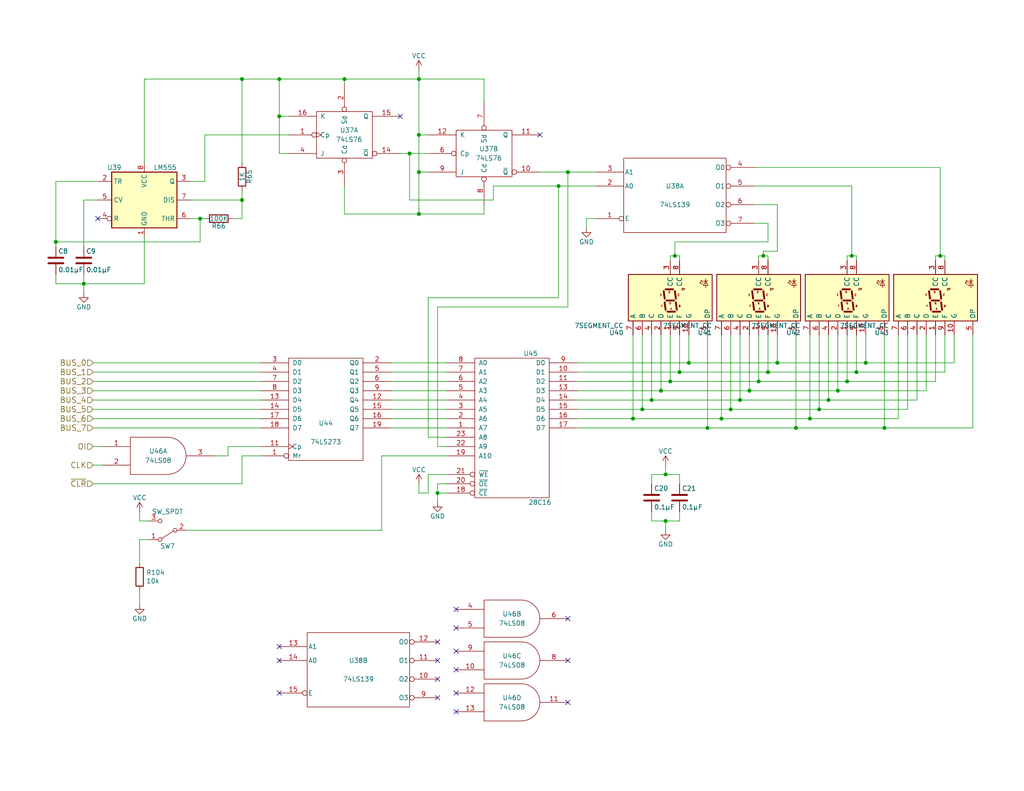
<source format=kicad_sch>
(kicad_sch (version 20230121) (generator eeschema)
  (paper "USLetter")
  (lib_symbols
    (symbol "8bit-computer-rescue:28C16-8bit-computer-rescue" (pin_names (offset 1.016))
      (property "Reference" "U" (at 5.08 20.32 0))
      (property "Value" "8bit-computer-rescue:28C16" (at 7.62 -20.32 0))
      (symbol "28C16-8bit-computer-rescue_0_0"
        (pin power_in line (at 0 -20.32 90) (length 1.27) hide (name "GND") (number "12"))
        (pin power_in line (at 0 20.32 270) (length 1.27) hide (name "VCC") (number "24"))
      )
      (symbol "28C16-8bit-computer-rescue_0_1"
        (rectangle (start -10.16 19.05) (end 10.16 -19.05))
      )
      (symbol "28C16-8bit-computer-rescue_1_1"
        (pin input line (at -17.78 0 0) (length 7.62) (name "A7") (number "1"))
        (pin tri_state line (at 17.78 15.24 180) (length 7.62) (name "D1") (number "10"))
        (pin tri_state line (at 17.78 12.7 180) (length 7.62) (name "D2") (number "11"))
        (pin tri_state line (at 17.78 10.16 180) (length 7.62) (name "D3") (number "13"))
        (pin tri_state line (at 17.78 7.62 180) (length 7.62) (name "D4") (number "14"))
        (pin tri_state line (at 17.78 5.08 180) (length 7.62) (name "D5") (number "15"))
        (pin tri_state line (at 17.78 2.54 180) (length 7.62) (name "D6") (number "16"))
        (pin tri_state line (at 17.78 0 180) (length 7.62) (name "D7") (number "17"))
        (pin input inverted (at -17.78 -17.78 0) (length 7.62) (name "~{CE}") (number "18"))
        (pin input line (at -17.78 -7.62 0) (length 7.62) (name "A10") (number "19"))
        (pin input line (at -17.78 2.54 0) (length 7.62) (name "A6") (number "2"))
        (pin input inverted (at -17.78 -15.24 0) (length 7.62) (name "~{OE}") (number "20"))
        (pin input inverted (at -17.78 -12.7 0) (length 7.62) (name "~{WE}") (number "21"))
        (pin input line (at -17.78 -5.08 0) (length 7.62) (name "A9") (number "22"))
        (pin input line (at -17.78 -2.54 0) (length 7.62) (name "A8") (number "23"))
        (pin input line (at -17.78 5.08 0) (length 7.62) (name "A5") (number "3"))
        (pin input line (at -17.78 7.62 0) (length 7.62) (name "A4") (number "4"))
        (pin input line (at -17.78 10.16 0) (length 7.62) (name "A3") (number "5"))
        (pin input line (at -17.78 12.7 0) (length 7.62) (name "A2") (number "6"))
        (pin input line (at -17.78 15.24 0) (length 7.62) (name "A1") (number "7"))
        (pin input line (at -17.78 17.78 0) (length 7.62) (name "A0") (number "8"))
        (pin tri_state line (at 17.78 17.78 180) (length 7.62) (name "D0") (number "9"))
      )
    )
    (symbol "8bit-computer-rescue:74LS08-8bit-computer-rescue" (pin_names (offset 0.762))
      (property "Reference" "U" (at 0 1.27 0))
      (property "Value" "8bit-computer-rescue:74LS08" (at 0 -1.27 0))
      (symbol "74LS08-8bit-computer-rescue_0_0"
        (pin power_in line (at -5.08 5.08 90) (length 0) hide (name "VCC") (number "14"))
        (pin power_in line (at -5.08 -5.08 90) (length 0) hide (name "GND") (number "7"))
      )
      (symbol "74LS08-8bit-computer-rescue_0_1"
        (polyline (pts (xy 2.54 5.08) (xy -7.62 5.08) (xy -7.62 -5.08) (xy 2.54 -5.08)))
        (arc (start 2.5654 -5.0546) (mid 7.5947 0.0001) (end 2.5654 5.08))
      )
      (symbol "74LS08-8bit-computer-rescue_0_2"
        (arc (start -7.62 -5.0292) (mid -5.3094 0.0082) (end -7.62 5.0546))
        (arc (start 0 -5.0546) (mid 4.5632 -3.6449) (end 7.5946 0.0508))
        (polyline (pts (xy -7.62 -5.08) (xy 0 -5.08)))
        (polyline (pts (xy -7.62 5.08) (xy 0 5.08)))
        (arc (start 7.62 0) (mid 4.6132 3.6946) (end 0.0508 5.08))
      )
      (symbol "74LS08-8bit-computer-rescue_1_1"
        (pin input line (at -15.24 2.54 0) (length 7.62) (name "~") (number "1"))
        (pin input line (at -15.24 -2.54 0) (length 7.62) (name "~") (number "2"))
        (pin output line (at 15.24 0 180) (length 7.62) (name "~") (number "3"))
      )
      (symbol "74LS08-8bit-computer-rescue_1_2"
        (pin input inverted (at -15.24 2.54 0) (length 9.398) (name "~") (number "1"))
        (pin input inverted (at -15.24 -2.54 0) (length 9.398) (name "~") (number "2"))
        (pin output inverted (at 15.24 0 180) (length 7.62) (name "~") (number "3"))
      )
      (symbol "74LS08-8bit-computer-rescue_2_1"
        (pin input line (at -15.24 2.54 0) (length 7.62) (name "~") (number "4"))
        (pin input line (at -15.24 -2.54 0) (length 7.62) (name "~") (number "5"))
        (pin output line (at 15.24 0 180) (length 7.62) (name "~") (number "6"))
      )
      (symbol "74LS08-8bit-computer-rescue_2_2"
        (pin input inverted (at -15.24 2.54 0) (length 9.398) (name "~") (number "4"))
        (pin input inverted (at -15.24 -2.54 0) (length 9.398) (name "~") (number "5"))
        (pin output inverted (at 15.24 0 180) (length 7.62) (name "~") (number "6"))
      )
      (symbol "74LS08-8bit-computer-rescue_3_1"
        (pin input line (at -15.24 -2.54 0) (length 7.62) (name "~") (number "10"))
        (pin output line (at 15.24 0 180) (length 7.62) (name "~") (number "8"))
        (pin input line (at -15.24 2.54 0) (length 7.62) (name "~") (number "9"))
      )
      (symbol "74LS08-8bit-computer-rescue_3_2"
        (pin input inverted (at -15.24 -2.54 0) (length 9.398) (name "~") (number "10"))
        (pin output inverted (at 15.24 0 180) (length 7.62) (name "~") (number "8"))
        (pin input inverted (at -15.24 2.54 0) (length 9.398) (name "~") (number "9"))
      )
      (symbol "74LS08-8bit-computer-rescue_4_1"
        (pin output line (at 15.24 0 180) (length 7.62) (name "~") (number "11"))
        (pin input line (at -15.24 2.54 0) (length 7.62) (name "~") (number "12"))
        (pin input line (at -15.24 -2.54 0) (length 7.62) (name "~") (number "13"))
      )
      (symbol "74LS08-8bit-computer-rescue_4_2"
        (pin output inverted (at 15.24 0 180) (length 7.62) (name "~") (number "11"))
        (pin input inverted (at -15.24 2.54 0) (length 9.398) (name "~") (number "12"))
        (pin input inverted (at -15.24 -2.54 0) (length 9.398) (name "~") (number "13"))
      )
    )
    (symbol "8bit-computer-rescue:74LS139-8bit-computer-rescue" (pin_names (offset 0.254))
      (property "Reference" "U" (at 0 2.54 0))
      (property "Value" "8bit-computer-rescue:74LS139" (at 0 -2.54 0))
      (symbol "74LS139-8bit-computer-rescue_0_0"
        (rectangle (start -13.97 -10.16) (end 13.97 10.16))
        (pin power_in line (at -11.43 10.16 90) (length 0) hide (name "VCC") (number "16"))
        (pin power_in line (at -11.43 -10.16 90) (length 0) hide (name "GND") (number "8"))
      )
      (symbol "74LS139-8bit-computer-rescue_1_1"
        (pin input inverted (at -21.59 -6.35 0) (length 7.62) (name "E") (number "1"))
        (pin input line (at -21.59 2.54 0) (length 7.62) (name "A0") (number "2"))
        (pin input line (at -21.59 6.35 0) (length 7.62) (name "A1") (number "3"))
        (pin output inverted (at 21.59 7.62 180) (length 7.62) (name "O0") (number "4"))
        (pin output inverted (at 21.59 2.54 180) (length 7.62) (name "O1") (number "5"))
        (pin output inverted (at 21.59 -2.54 180) (length 7.62) (name "O2") (number "6"))
        (pin output inverted (at 21.59 -7.62 180) (length 7.62) (name "O3") (number "7"))
      )
      (symbol "74LS139-8bit-computer-rescue_2_1"
        (pin output inverted (at 21.59 -2.54 180) (length 7.62) (name "O2") (number "10"))
        (pin output inverted (at 21.59 2.54 180) (length 7.62) (name "O1") (number "11"))
        (pin output inverted (at 21.59 7.62 180) (length 7.62) (name "O0") (number "12"))
        (pin input line (at -21.59 6.35 0) (length 7.62) (name "A1") (number "13"))
        (pin input line (at -21.59 2.54 0) (length 7.62) (name "A0") (number "14"))
        (pin input inverted (at -21.59 -6.35 0) (length 7.62) (name "E") (number "15"))
        (pin output inverted (at 21.59 -7.62 180) (length 7.62) (name "O3") (number "9"))
      )
    )
    (symbol "8bit-computer-rescue:74LS273-8bit-computer-rescue" (pin_names (offset 1.016))
      (property "Reference" "U" (at 0 -3.81 0))
      (property "Value" "8bit-computer-rescue:74LS273" (at 0 -8.89 0))
      (symbol "74LS273-8bit-computer-rescue_0_0"
        (pin power_in line (at -7.62 -13.97 90) (length 0) hide (name "GND") (number "10"))
        (pin power_in line (at -7.62 13.97 90) (length 0) hide (name "VCC") (number "20"))
      )
      (symbol "74LS273-8bit-computer-rescue_0_1"
        (rectangle (start -10.16 13.97) (end 10.16 -13.97))
      )
      (symbol "74LS273-8bit-computer-rescue_1_1"
        (pin input inverted (at -17.78 -12.7 0) (length 7.62) (name "Mr") (number "1"))
        (pin input clock (at -17.78 -10.16 0) (length 7.62) (name "Cp") (number "11"))
        (pin output line (at 17.78 2.54 180) (length 7.62) (name "Q4") (number "12"))
        (pin input line (at -17.78 2.54 0) (length 7.62) (name "D4") (number "13"))
        (pin input line (at -17.78 0 0) (length 7.62) (name "D5") (number "14"))
        (pin output line (at 17.78 0 180) (length 7.62) (name "Q5") (number "15"))
        (pin output line (at 17.78 -2.54 180) (length 7.62) (name "Q6") (number "16"))
        (pin input line (at -17.78 -2.54 0) (length 7.62) (name "D6") (number "17"))
        (pin input line (at -17.78 -5.08 0) (length 7.62) (name "D7") (number "18"))
        (pin output line (at 17.78 -5.08 180) (length 7.62) (name "Q7") (number "19"))
        (pin output line (at 17.78 12.7 180) (length 7.62) (name "Q0") (number "2"))
        (pin input line (at -17.78 12.7 0) (length 7.62) (name "D0") (number "3"))
        (pin input line (at -17.78 10.16 0) (length 7.62) (name "D1") (number "4"))
        (pin output line (at 17.78 10.16 180) (length 7.62) (name "Q1") (number "5"))
        (pin output line (at 17.78 7.62 180) (length 7.62) (name "Q2") (number "6"))
        (pin input line (at -17.78 7.62 0) (length 7.62) (name "D2") (number "7"))
        (pin input line (at -17.78 5.08 0) (length 7.62) (name "D3") (number "8"))
        (pin output line (at 17.78 5.08 180) (length 7.62) (name "Q3") (number "9"))
      )
    )
    (symbol "8bit-computer-rescue:74LS76-8bit-computer-rescue" (pin_names (offset 1.016))
      (property "Reference" "U" (at 1.27 1.27 0))
      (property "Value" "8bit-computer-rescue:74LS76" (at 1.27 -1.27 0))
      (symbol "74LS76-8bit-computer-rescue_0_0"
        (pin power_in line (at -5.08 -6.35 90) (length 0) hide (name "GND") (number "13"))
        (pin power_in line (at -5.08 6.35 90) (length 0) hide (name "VCC") (number "5"))
      )
      (symbol "74LS76-8bit-computer-rescue_0_1"
        (rectangle (start -7.62 6.35) (end 7.62 -6.35))
      )
      (symbol "74LS76-8bit-computer-rescue_1_1"
        (pin input inverted_clock (at -15.24 0 0) (length 7.62) (name "Cp") (number "1"))
        (pin output inverted (at 15.24 -5.08 180) (length 7.62) (name "~{Q}") (number "14"))
        (pin output line (at 15.24 5.08 180) (length 7.62) (name "Q") (number "15"))
        (pin input line (at -15.24 5.08 0) (length 7.62) (name "K") (number "16"))
        (pin input inverted (at 0 13.97 270) (length 7.62) (name "Sd") (number "2"))
        (pin input inverted (at 0 -13.97 90) (length 7.62) (name "Cd") (number "3"))
        (pin input line (at -15.24 -5.08 0) (length 7.62) (name "J") (number "4"))
      )
      (symbol "74LS76-8bit-computer-rescue_2_1"
        (pin output inverted (at 15.24 -5.08 180) (length 7.62) (name "~{Q}") (number "10"))
        (pin output line (at 15.24 5.08 180) (length 7.62) (name "Q") (number "11"))
        (pin input line (at -15.24 5.08 0) (length 7.62) (name "K") (number "12"))
        (pin input inverted (at -15.24 0 0) (length 7.62) (name "Cp") (number "6"))
        (pin input inverted (at 0 13.97 270) (length 7.62) (name "Sd") (number "7"))
        (pin input inverted (at 0 -13.97 90) (length 7.62) (name "Cd") (number "8"))
        (pin input line (at -15.24 -5.08 0) (length 7.62) (name "J") (number "9"))
      )
    )
    (symbol "8bit-computer-rescue:7SEGMENT_CC-8bit-computer-rescue" (pin_names (offset 0.635))
      (property "Reference" "U" (at -12.7 9.525 0))
      (property "Value" "8bit-computer-rescue:7SEGMENT_CC" (at -12.7 7.62 0))
      (symbol "7SEGMENT_CC-8bit-computer-rescue_0_0"
        (text "A" (at 0.254 3.048 0) (effects (font (size 0.508 0.508))))
        (text "B" (at 2.54 2.286 0) (effects (font (size 0.508 0.508))))
        (text "C" (at 2.286 -0.762 0) (effects (font (size 0.508 0.508))))
        (text "D" (at -0.254 -1.524 0) (effects (font (size 0.508 0.508))))
        (text "DP" (at 3.556 -2.286 0) (effects (font (size 0.508 0.508))))
        (text "E" (at -2.54 -0.762 0) (effects (font (size 0.508 0.508))))
        (text "F" (at -2.286 2.286 0) (effects (font (size 0.508 0.508))))
        (text "G" (at 0 1.524 0) (effects (font (size 0.508 0.508))))
      )
      (symbol "7SEGMENT_CC-8bit-computer-rescue_0_1"
        (rectangle (start -11.43 -6.35) (end 11.43 6.35) (stroke (width 0.254)) (fill (type background)))
        (polyline (pts (xy -1.524 0.254) (xy -1.778 -1.778)) (stroke (width 0.508)))
        (polyline (pts (xy -1.27 -2.286) (xy 0.762 -2.286)) (stroke (width 0.508)))
        (polyline (pts (xy -1.27 3.302) (xy -1.524 1.27)) (stroke (width 0.508)))
        (polyline (pts (xy -1.016 0.762) (xy 1.016 0.762)) (stroke (width 0.508)))
        (polyline (pts (xy -0.762 3.81) (xy 1.27 3.81)) (stroke (width 0.508)))
        (polyline (pts (xy 1.524 0.254) (xy 1.27 -1.778)) (stroke (width 0.508)))
        (polyline (pts (xy 1.778 3.302) (xy 1.524 1.27)) (stroke (width 0.508)))
        (polyline (pts (xy 2.54 -2.286) (xy 2.54 -2.286)) (stroke (width 0.508)))
        (polyline (pts (xy 8.763 -3.556) (xy 8.128 -4.191)))
        (polyline (pts (xy 9.017 -4.572) (xy 10.287 -4.572)))
        (polyline (pts (xy 9.017 -4.064) (xy 8.382 -4.699)))
        (polyline (pts (xy 9.652 -5.207) (xy 9.652 -2.667)))
        (polyline (pts (xy 8.128 -3.937) (xy 8.128 -4.191) (xy 8.382 -4.191)))
        (polyline (pts (xy 8.382 -4.445) (xy 8.382 -4.699) (xy 8.636 -4.699)))
        (polyline (pts (xy 9.017 -3.302) (xy 10.287 -3.302) (xy 9.652 -4.572) (xy 9.017 -3.302)))
      )
      (symbol "7SEGMENT_CC-8bit-computer-rescue_1_1"
        (pin input line (at 0 10.16 270) (length 3.81) (name "E") (number "1"))
        (pin input line (at 5.08 10.16 270) (length 3.81) (name "G") (number "10"))
        (pin input line (at -2.54 10.16 270) (length 3.81) (name "D") (number "2"))
        (pin input line (at 0 -10.16 90) (length 3.81) (name "CC") (number "3"))
        (pin input line (at -5.08 10.16 270) (length 3.81) (name "C") (number "4"))
        (pin input line (at 10.16 10.16 270) (length 3.81) (name "DP") (number "5"))
        (pin input line (at -7.62 10.16 270) (length 3.81) (name "B") (number "6"))
        (pin input line (at -10.16 10.16 270) (length 3.81) (name "A") (number "7"))
        (pin input line (at 2.54 -10.16 90) (length 3.81) (name "CC") (number "8"))
        (pin input line (at 2.54 10.16 270) (length 3.81) (name "F") (number "9"))
      )
    )
    (symbol "8bit-computer-rescue:LM555-8bit-computer-rescue"
      (property "Reference" "U" (at -10.16 8.89 0))
      (property "Value" "8bit-computer-rescue:LM555" (at 2.54 8.89 0))
      (symbol "LM555-8bit-computer-rescue_0_0"
        (pin power_in line (at 0 -10.16 90) (length 2.54) (name "GND") (number "1"))
        (pin power_in line (at 0 10.16 270) (length 2.54) (name "VCC") (number "8"))
      )
      (symbol "LM555-8bit-computer-rescue_0_1"
        (rectangle (start -8.89 -7.62) (end 8.89 7.62) (stroke (width 0.254)) (fill (type background)))
        (rectangle (start -8.89 -7.62) (end 8.89 7.62) (stroke (width 0.254)) (fill (type background)))
      )
      (symbol "LM555-8bit-computer-rescue_1_1"
        (pin input line (at -12.7 5.08 0) (length 3.81) (name "TR") (number "2"))
        (pin output line (at 12.7 5.08 180) (length 3.81) (name "Q") (number "3"))
        (pin input inverted (at -12.7 -5.08 0) (length 3.81) (name "R") (number "4"))
        (pin input line (at -12.7 0 0) (length 3.81) (name "CV") (number "5"))
        (pin input line (at 12.7 -5.08 180) (length 3.81) (name "THR") (number "6"))
        (pin input line (at 12.7 0 180) (length 3.81) (name "DIS") (number "7"))
      )
    )
    (symbol "8bit-computer-rescue:SW_SPDT-8bit-computer-rescue" (pin_names (offset 0) hide)
      (property "Reference" "SW" (at 0 4.318 0))
      (property "Value" "8bit-computer-rescue:SW_SPDT" (at 0 -5.08 0))
      (symbol "SW_SPDT-8bit-computer-rescue_0_0"
        (circle (center -2.032 0) (radius 0.508))
        (circle (center 2.032 -2.54) (radius 0.508))
      )
      (symbol "SW_SPDT-8bit-computer-rescue_0_1"
        (polyline (pts (xy -1.524 0.254) (xy 1.651 2.286)))
        (circle (center 2.032 2.54) (radius 0.508))
      )
      (symbol "SW_SPDT-8bit-computer-rescue_1_1"
        (pin passive line (at 5.08 2.54 180) (length 2.54) (name "A") (number "1"))
        (pin passive line (at -5.08 0 0) (length 2.54) (name "B") (number "2"))
        (pin passive line (at 5.08 -2.54 180) (length 2.54) (name "C") (number "3"))
      )
    )
    (symbol "Device:C" (pin_numbers hide) (pin_names (offset 0.254))
      (property "Reference" "C" (at 0.635 2.54 0))
      (property "Value" "C" (at 0.635 -2.54 0))
      (symbol "C_0_1"
        (polyline (pts (xy -2.032 -0.762) (xy 2.032 -0.762)) (stroke (width 0.508)))
        (polyline (pts (xy -2.032 0.762) (xy 2.032 0.762)) (stroke (width 0.508)))
      )
      (symbol "C_1_1"
        (pin passive line (at 0 3.81 270) (length 2.794) (name "~") (number "1"))
        (pin passive line (at 0 -3.81 90) (length 2.794) (name "~") (number "2"))
      )
    )
    (symbol "Device:R" (pin_numbers hide) (pin_names (offset 0))
      (property "Reference" "R" (at 2.032 0 90))
      (property "Value" "R" (at 0 0 90))
      (symbol "R_0_1"
        (rectangle (start -1.016 -2.54) (end 1.016 2.54) (stroke (width 0.254)))
      )
      (symbol "R_1_1"
        (pin passive line (at 0 3.81 270) (length 1.27) (name "~") (number "1"))
        (pin passive line (at 0 -3.81 90) (length 1.27) (name "~") (number "2"))
      )
    )
    (symbol "power:GND" (power) (pin_names (offset 0))
      (property "Value" "GND" (at 0 -3.81 0))
      (symbol "GND_0_1"
        (polyline (pts (xy 0 0) (xy 0 -1.27) (xy 1.27 -1.27) (xy 0 -2.54) (xy -1.27 -1.27) (xy 0 -1.27)))
      )
      (symbol "GND_1_1"
        (pin power_in line (at 0 0 270) (length 0) hide (name "GND") (number "1"))
      )
    )
    (symbol "power:VCC" (power) (pin_names (offset 0))
      (property "Value" "VCC" (at 0 3.81 0))
      (symbol "VCC_0_1"
        (polyline (pts (xy -0.762 1.27) (xy 0 2.54)))
        (polyline (pts (xy 0 0) (xy 0 2.54)))
        (polyline (pts (xy 0 2.54) (xy 0.762 1.27)))
      )
      (symbol "VCC_1_1"
        (pin power_in line (at 0 0 90) (length 0) hide (name "VCC") (number "1"))
      )
    )
  )
  (junction (at 201.93 109.22))
  (junction (at 66.04 21.59))
  (junction (at 114.3 36.83))
  (junction (at 93.98 21.59))
  (junction (at 196.85 114.3))
  (junction (at 204.47 106.68))
  (junction (at 236.22 99.06))
  (junction (at 111.76 41.91))
  (junction (at 199.39 111.76))
  (junction (at 233.68 101.6))
  (junction (at 209.55 101.6))
  (junction (at 114.3 58.42))
  (junction (at 54.61 59.69))
  (junction (at 119.38 134.62))
  (junction (at 15.24 66.04))
  (junction (at 226.06 109.22))
  (junction (at 207.01 104.14))
  (junction (at 220.98 114.3))
  (junction (at 184.15 69.85))
  (junction (at 185.42 101.6))
  (junction (at 154.94 46.99))
  (junction (at 114.3 21.59))
  (junction (at 212.09 99.06))
  (junction (at 114.3 46.99))
  (junction (at 208.28 69.85))
  (junction (at 66.04 54.61))
  (junction (at 22.86 77.47))
  (junction (at 181.61 142.24))
  (junction (at 172.72 114.3))
  (junction (at 223.52 111.76))
  (junction (at 181.61 129.54))
  (junction (at 182.88 104.14))
  (junction (at 256.54 69.85))
  (junction (at 217.17 116.84))
  (junction (at 76.2 21.59))
  (junction (at 232.41 69.85))
  (junction (at 241.3 116.84))
  (junction (at 175.26 111.76))
  (junction (at 180.34 106.68))
  (junction (at 152.4 50.8))
  (junction (at 177.8 109.22))
  (junction (at 187.96 99.06))
  (junction (at 76.2 31.75))
  (junction (at 231.14 104.14))
  (junction (at 193.04 116.84))
  (junction (at 228.6 106.68))
  (no_connect (at 26.67 59.69))
  (no_connect (at 76.2 176.53))
  (no_connect (at 119.38 185.42))
  (no_connect (at 124.46 171.45))
  (no_connect (at 154.94 180.34))
  (no_connect (at 76.2 189.23))
  (no_connect (at 124.46 194.31))
  (no_connect (at 124.46 189.23))
  (no_connect (at 124.46 177.8))
  (no_connect (at 124.46 166.37))
  (no_connect (at 119.38 190.5))
  (no_connect (at 119.38 175.26))
  (no_connect (at 147.32 36.83))
  (no_connect (at 154.94 191.77))
  (no_connect (at 109.22 31.75))
  (no_connect (at 119.38 180.34))
  (no_connect (at 124.46 182.88))
  (no_connect (at 76.2 180.34))
  (no_connect (at 154.94 168.91))
  (wire (pts (xy 207.01 104.14) (xy 207.01 91.44)))
  (wire (pts (xy 76.2 31.75) (xy 76.2 41.91)))
  (wire (pts (xy 119.38 121.92) (xy 121.92 121.92)))
  (wire (pts (xy 233.68 91.44) (xy 233.68 101.6)))
  (wire (pts (xy 66.04 21.59) (xy 76.2 21.59)))
  (wire (pts (xy 62.23 124.46) (xy 62.23 121.92)))
  (wire (pts (xy 76.2 41.91) (xy 78.74 41.91)))
  (wire (pts (xy 231.14 104.14) (xy 255.27 104.14)))
  (wire (pts (xy 228.6 106.68) (xy 252.73 106.68)))
  (wire (pts (xy 154.94 46.99) (xy 162.56 46.99)))
  (wire (pts (xy 232.41 69.85) (xy 232.41 50.8)))
  (wire (pts (xy 15.24 66.04) (xy 15.24 67.31)))
  (wire (pts (xy 231.14 104.14) (xy 231.14 91.44)))
  (wire (pts (xy 245.11 114.3) (xy 245.11 91.44)))
  (wire (pts (xy 177.8 109.22) (xy 177.8 91.44)))
  (wire (pts (xy 121.92 132.08) (xy 119.38 132.08)))
  (wire (pts (xy 119.38 132.08) (xy 119.38 134.62)))
  (wire (pts (xy 220.98 114.3) (xy 245.11 114.3)))
  (wire (pts (xy 119.38 83.82) (xy 119.38 121.92)))
  (wire (pts (xy 205.74 45.72) (xy 256.54 45.72)))
  (wire (pts (xy 226.06 109.22) (xy 250.19 109.22)))
  (wire (pts (xy 184.15 66.04) (xy 209.55 66.04)))
  (wire (pts (xy 193.04 116.84) (xy 217.17 116.84)))
  (wire (pts (xy 106.68 104.14) (xy 121.92 104.14)))
  (wire (pts (xy 119.38 83.82) (xy 154.94 83.82)))
  (wire (pts (xy 250.19 109.22) (xy 250.19 91.44)))
  (wire (pts (xy 39.37 21.59) (xy 39.37 44.45)))
  (wire (pts (xy 114.3 19.05) (xy 114.3 21.59)))
  (wire (pts (xy 265.43 116.84) (xy 265.43 91.44)))
  (wire (pts (xy 252.73 106.68) (xy 252.73 91.44)))
  (wire (pts (xy 212.09 55.88) (xy 205.74 55.88)))
  (wire (pts (xy 182.88 69.85) (xy 184.15 69.85)))
  (wire (pts (xy 187.96 99.06) (xy 187.96 91.44)))
  (wire (pts (xy 106.68 106.68) (xy 121.92 106.68)))
  (wire (pts (xy 212.09 99.06) (xy 236.22 99.06)))
  (wire (pts (xy 116.84 81.28) (xy 116.84 119.38)))
  (wire (pts (xy 55.88 49.53) (xy 55.88 36.83)))
  (wire (pts (xy 209.55 101.6) (xy 233.68 101.6)))
  (wire (pts (xy 15.24 77.47) (xy 22.86 77.47)))
  (wire (pts (xy 114.3 21.59) (xy 132.08 21.59)))
  (wire (pts (xy 172.72 91.44) (xy 172.72 114.3)))
  (wire (pts (xy 71.12 114.3) (xy 25.4 114.3)))
  (wire (pts (xy 93.98 58.42) (xy 114.3 58.42)))
  (wire (pts (xy 114.3 134.62) (xy 116.84 134.62)))
  (wire (pts (xy 255.27 69.85) (xy 256.54 69.85)))
  (wire (pts (xy 212.09 99.06) (xy 212.09 91.44)))
  (wire (pts (xy 177.8 142.24) (xy 181.61 142.24)))
  (wire (pts (xy 157.48 111.76) (xy 175.26 111.76)))
  (wire (pts (xy 212.09 68.58) (xy 212.09 55.88)))
  (wire (pts (xy 71.12 109.22) (xy 25.4 109.22)))
  (wire (pts (xy 208.28 68.58) (xy 212.09 68.58)))
  (wire (pts (xy 172.72 114.3) (xy 196.85 114.3)))
  (wire (pts (xy 119.38 134.62) (xy 121.92 134.62)))
  (wire (pts (xy 106.68 116.84) (xy 121.92 116.84)))
  (wire (pts (xy 187.96 99.06) (xy 212.09 99.06)))
  (wire (pts (xy 52.07 49.53) (xy 55.88 49.53)))
  (wire (pts (xy 38.1 139.7) (xy 38.1 142.24)))
  (wire (pts (xy 134.62 50.8) (xy 152.4 50.8)))
  (wire (pts (xy 256.54 69.85) (xy 257.81 69.85)))
  (wire (pts (xy 52.07 54.61) (xy 66.04 54.61)))
  (wire (pts (xy 15.24 74.93) (xy 15.24 77.47)))
  (wire (pts (xy 15.24 49.53) (xy 15.24 66.04)))
  (wire (pts (xy 132.08 58.42) (xy 132.08 55.88)))
  (wire (pts (xy 55.88 36.83) (xy 78.74 36.83)))
  (wire (pts (xy 76.2 31.75) (xy 78.74 31.75)))
  (wire (pts (xy 22.86 77.47) (xy 39.37 77.47)))
  (wire (pts (xy 114.3 46.99) (xy 114.3 58.42)))
  (wire (pts (xy 201.93 109.22) (xy 226.06 109.22)))
  (wire (pts (xy 196.85 114.3) (xy 220.98 114.3)))
  (wire (pts (xy 25.4 111.76) (xy 71.12 111.76)))
  (wire (pts (xy 175.26 111.76) (xy 199.39 111.76)))
  (wire (pts (xy 232.41 69.85) (xy 233.68 69.85)))
  (wire (pts (xy 66.04 132.08) (xy 66.04 124.46)))
  (wire (pts (xy 185.42 129.54) (xy 185.42 132.08)))
  (wire (pts (xy 152.4 50.8) (xy 162.56 50.8)))
  (wire (pts (xy 25.4 106.68) (xy 71.12 106.68)))
  (wire (pts (xy 76.2 21.59) (xy 93.98 21.59)))
  (wire (pts (xy 207.01 69.85) (xy 208.28 69.85)))
  (wire (pts (xy 184.15 69.85) (xy 184.15 66.04)))
  (wire (pts (xy 228.6 106.68) (xy 228.6 91.44)))
  (wire (pts (xy 175.26 111.76) (xy 175.26 91.44)))
  (wire (pts (xy 181.61 127) (xy 181.61 129.54)))
  (wire (pts (xy 134.62 54.61) (xy 111.76 54.61)))
  (wire (pts (xy 25.4 116.84) (xy 71.12 116.84)))
  (wire (pts (xy 121.92 114.3) (xy 106.68 114.3)))
  (wire (pts (xy 62.23 121.92) (xy 71.12 121.92)))
  (wire (pts (xy 207.01 104.14) (xy 231.14 104.14)))
  (wire (pts (xy 232.41 50.8) (xy 205.74 50.8)))
  (wire (pts (xy 201.93 109.22) (xy 201.93 91.44)))
  (wire (pts (xy 116.84 134.62) (xy 116.84 129.54)))
  (wire (pts (xy 177.8 109.22) (xy 201.93 109.22)))
  (wire (pts (xy 25.4 132.08) (xy 66.04 132.08)))
  (wire (pts (xy 52.07 59.69) (xy 54.61 59.69)))
  (wire (pts (xy 233.68 101.6) (xy 257.81 101.6)))
  (wire (pts (xy 255.27 104.14) (xy 255.27 91.44)))
  (wire (pts (xy 104.14 124.46) (xy 121.92 124.46)))
  (wire (pts (xy 38.1 147.32) (xy 38.1 153.67)))
  (wire (pts (xy 209.55 66.04) (xy 209.55 60.96)))
  (wire (pts (xy 106.68 101.6) (xy 121.92 101.6)))
  (wire (pts (xy 226.06 109.22) (xy 226.06 91.44)))
  (wire (pts (xy 182.88 71.12) (xy 182.88 69.85)))
  (wire (pts (xy 106.68 99.06) (xy 121.92 99.06)))
  (wire (pts (xy 217.17 116.84) (xy 241.3 116.84)))
  (wire (pts (xy 257.81 101.6) (xy 257.81 91.44)))
  (wire (pts (xy 114.3 58.42) (xy 132.08 58.42)))
  (wire (pts (xy 114.3 132.08) (xy 114.3 134.62)))
  (wire (pts (xy 25.4 101.6) (xy 71.12 101.6)))
  (wire (pts (xy 114.3 36.83) (xy 116.84 36.83)))
  (wire (pts (xy 162.56 59.69) (xy 160.02 59.69)))
  (wire (pts (xy 260.35 99.06) (xy 260.35 91.44)))
  (wire (pts (xy 54.61 59.69) (xy 54.61 66.04)))
  (wire (pts (xy 231.14 71.12) (xy 231.14 69.85)))
  (wire (pts (xy 109.22 41.91) (xy 111.76 41.91)))
  (wire (pts (xy 199.39 111.76) (xy 199.39 91.44)))
  (wire (pts (xy 71.12 99.06) (xy 25.4 99.06)))
  (wire (pts (xy 114.3 36.83) (xy 114.3 46.99)))
  (wire (pts (xy 152.4 50.8) (xy 152.4 81.28)))
  (wire (pts (xy 22.86 77.47) (xy 22.86 80.01)))
  (wire (pts (xy 181.61 129.54) (xy 185.42 129.54)))
  (wire (pts (xy 152.4 81.28) (xy 116.84 81.28)))
  (wire (pts (xy 157.48 99.06) (xy 187.96 99.06)))
  (wire (pts (xy 22.86 74.93) (xy 22.86 77.47)))
  (wire (pts (xy 182.88 91.44) (xy 182.88 104.14)))
  (wire (pts (xy 111.76 41.91) (xy 116.84 41.91)))
  (wire (pts (xy 182.88 104.14) (xy 207.01 104.14)))
  (wire (pts (xy 54.61 59.69) (xy 55.88 59.69)))
  (wire (pts (xy 204.47 106.68) (xy 204.47 91.44)))
  (wire (pts (xy 66.04 124.46) (xy 71.12 124.46)))
  (wire (pts (xy 196.85 114.3) (xy 196.85 91.44)))
  (wire (pts (xy 223.52 111.76) (xy 247.65 111.76)))
  (wire (pts (xy 157.48 104.14) (xy 182.88 104.14)))
  (wire (pts (xy 26.67 54.61) (xy 22.86 54.61)))
  (wire (pts (xy 58.42 124.46) (xy 62.23 124.46)))
  (wire (pts (xy 157.48 114.3) (xy 172.72 114.3)))
  (wire (pts (xy 93.98 21.59) (xy 114.3 21.59)))
  (wire (pts (xy 223.52 111.76) (xy 223.52 91.44)))
  (wire (pts (xy 66.04 21.59) (xy 66.04 44.45)))
  (wire (pts (xy 181.61 142.24) (xy 185.42 142.24)))
  (wire (pts (xy 66.04 54.61) (xy 66.04 59.69)))
  (wire (pts (xy 241.3 116.84) (xy 265.43 116.84)))
  (wire (pts (xy 25.4 127) (xy 27.94 127)))
  (wire (pts (xy 184.15 69.85) (xy 185.42 69.85)))
  (wire (pts (xy 180.34 106.68) (xy 204.47 106.68)))
  (wire (pts (xy 209.55 60.96) (xy 205.74 60.96)))
  (wire (pts (xy 157.48 109.22) (xy 177.8 109.22)))
  (wire (pts (xy 38.1 161.29) (xy 38.1 165.1)))
  (wire (pts (xy 157.48 101.6) (xy 185.42 101.6)))
  (wire (pts (xy 185.42 69.85) (xy 185.42 71.12)))
  (wire (pts (xy 116.84 119.38) (xy 121.92 119.38)))
  (wire (pts (xy 209.55 91.44) (xy 209.55 101.6)))
  (wire (pts (xy 54.61 66.04) (xy 15.24 66.04)))
  (wire (pts (xy 177.8 129.54) (xy 181.61 129.54)))
  (wire (pts (xy 76.2 21.59) (xy 76.2 31.75)))
  (wire (pts (xy 111.76 41.91) (xy 111.76 54.61)))
  (wire (pts (xy 154.94 83.82) (xy 154.94 46.99)))
  (wire (pts (xy 255.27 71.12) (xy 255.27 69.85)))
  (wire (pts (xy 157.48 106.68) (xy 180.34 106.68)))
  (wire (pts (xy 147.32 46.99) (xy 154.94 46.99)))
  (wire (pts (xy 40.64 147.32) (xy 38.1 147.32)))
  (wire (pts (xy 231.14 69.85) (xy 232.41 69.85)))
  (wire (pts (xy 39.37 21.59) (xy 66.04 21.59)))
  (wire (pts (xy 66.04 52.07) (xy 66.04 54.61)))
  (wire (pts (xy 50.8 144.78) (xy 104.14 144.78)))
  (wire (pts (xy 114.3 21.59) (xy 114.3 36.83)))
  (wire (pts (xy 177.8 132.08) (xy 177.8 129.54)))
  (wire (pts (xy 180.34 106.68) (xy 180.34 91.44)))
  (wire (pts (xy 208.28 69.85) (xy 209.55 69.85)))
  (wire (pts (xy 257.81 69.85) (xy 257.81 71.12)))
  (wire (pts (xy 160.02 59.69) (xy 160.02 62.23)))
  (wire (pts (xy 247.65 111.76) (xy 247.65 91.44)))
  (wire (pts (xy 199.39 111.76) (xy 223.52 111.76)))
  (wire (pts (xy 132.08 21.59) (xy 132.08 27.94)))
  (wire (pts (xy 114.3 46.99) (xy 116.84 46.99)))
  (wire (pts (xy 233.68 69.85) (xy 233.68 71.12)))
  (wire (pts (xy 207.01 71.12) (xy 207.01 69.85)))
  (wire (pts (xy 256.54 45.72) (xy 256.54 69.85)))
  (wire (pts (xy 26.67 49.53) (xy 15.24 49.53)))
  (wire (pts (xy 220.98 114.3) (xy 220.98 91.44)))
  (wire (pts (xy 181.61 142.24) (xy 181.61 144.78)))
  (wire (pts (xy 116.84 129.54) (xy 121.92 129.54)))
  (wire (pts (xy 39.37 77.47) (xy 39.37 64.77)))
  (wire (pts (xy 209.55 69.85) (xy 209.55 71.12)))
  (wire (pts (xy 119.38 134.62) (xy 119.38 137.16)))
  (wire (pts (xy 22.86 54.61) (xy 22.86 67.31)))
  (wire (pts (xy 71.12 104.14) (xy 25.4 104.14)))
  (wire (pts (xy 185.42 101.6) (xy 185.42 91.44)))
  (wire (pts (xy 236.22 99.06) (xy 260.35 99.06)))
  (wire (pts (xy 38.1 142.24) (xy 40.64 142.24)))
  (wire (pts (xy 106.68 111.76) (xy 121.92 111.76)))
  (wire (pts (xy 25.4 121.92) (xy 27.94 121.92)))
  (wire (pts (xy 236.22 99.06) (xy 236.22 91.44)))
  (wire (pts (xy 66.04 59.69) (xy 63.5 59.69)))
  (wire (pts (xy 208.28 69.85) (xy 208.28 68.58)))
  (wire (pts (xy 177.8 139.7) (xy 177.8 142.24)))
  (wire (pts (xy 185.42 101.6) (xy 209.55 101.6)))
  (wire (pts (xy 241.3 116.84) (xy 241.3 91.44)))
  (wire (pts (xy 134.62 50.8) (xy 134.62 54.61)))
  (wire (pts (xy 121.92 109.22) (xy 106.68 109.22)))
  (wire (pts (xy 104.14 144.78) (xy 104.14 124.46)))
  (wire (pts (xy 157.48 116.84) (xy 193.04 116.84)))
  (wire (pts (xy 93.98 50.8) (xy 93.98 58.42)))
  (wire (pts (xy 93.98 21.59) (xy 93.98 22.86)))
  (wire (pts (xy 217.17 116.84) (xy 217.17 91.44)))
  (wire (pts (xy 193.04 91.44) (xy 193.04 116.84)))
  (wire (pts (xy 185.42 142.24) (xy 185.42 139.7)))
  (wire (pts (xy 204.47 106.68) (xy 228.6 106.68)))
  (hierarchical_label "BUS_0" (shape input) (at 25.4 99.06 180) (effects (font (size 1.524 1.524))))
  (hierarchical_label "~{CLR}" (shape input) (at 25.4 132.08 180) (effects (font (size 1.524 1.524))))
  (hierarchical_label "BUS_7" (shape input) (at 25.4 116.84 180) (effects (font (size 1.524 1.524))))
  (hierarchical_label "BUS_4" (shape input) (at 25.4 109.22 180) (effects (font (size 1.524 1.524))))
  (hierarchical_label "BUS_2" (shape input) (at 25.4 104.14 180) (effects (font (size 1.524 1.524))))
  (hierarchical_label "BUS_3" (shape input) (at 25.4 106.68 180) (effects (font (size 1.524 1.524))))
  (hierarchical_label "CLK" (shape input) (at 25.4 127 180) (effects (font (size 1.524 1.524))))
  (hierarchical_label "OI" (shape input) (at 25.4 121.92 180) (effects (font (size 1.524 1.524))))
  (hierarchical_label "BUS_6" (shape input) (at 25.4 114.3 180) (effects (font (size 1.524 1.524))))
  (hierarchical_label "BUS_5" (shape input) (at 25.4 111.76 180) (effects (font (size 1.524 1.524))))
  (hierarchical_label "BUS_1" (shape input) (at 25.4 101.6 180) (effects (font (size 1.524 1.524))))
  (symbol (lib_id "8bit-computer-rescue:28C16-8bit-computer-rescue") (at 139.7 116.84 0) (unit 1)
    (property "Reference" "U45" (at 144.78 96.52 0))
    (property "Value" "28C16" (at 147.32 137.16 0))
    (property "Footprint" "Package_DIP:DIP-24_W15.24mm_Socket" (effects hide))
  )
  (symbol (lib_id "8bit-computer-rescue:7SEGMENT_CC-8bit-computer-rescue") (at 255.27 81.28 0) (mirror x) (unit 1)
    (property "Reference" "U43" (at 242.57 90.805 0) (effects (justify right)))
    (property "Value" "7SEGMENT_CC" (at 242.57 88.9 0) (effects (justify right)))
    (property "Footprint" "Display_7Segment:7SegmentLED_LTS6760_LTS6780" (effects hide))
  )
  (symbol (lib_id "8bit-computer-rescue:7SEGMENT_CC-8bit-computer-rescue") (at 231.14 81.28 0) (mirror x) (unit 1)
    (property "Reference" "U42" (at 218.44 90.805 0) (effects (justify right)))
    (property "Value" "7SEGMENT_CC" (at 218.44 88.9 0) (effects (justify right)))
    (property "Footprint" "Display_7Segment:7SegmentLED_LTS6760_LTS6780" (effects hide))
  )
  (symbol (lib_id "8bit-computer-rescue:7SEGMENT_CC-8bit-computer-rescue") (at 182.88 81.28 0) (mirror x) (unit 1)
    (property "Reference" "U40" (at 170.18 90.805 0) (effects (justify right)))
    (property "Value" "7SEGMENT_CC" (at 170.18 88.9 0) (effects (justify right)))
    (property "Footprint" "Display_7Segment:7SegmentLED_LTS6760_LTS6780" (effects hide))
  )
  (symbol (lib_id "8bit-computer-rescue:7SEGMENT_CC-8bit-computer-rescue") (at 207.01 81.28 0) (mirror x) (unit 1)
    (property "Reference" "U41" (at 194.31 90.805 0) (effects (justify right)))
    (property "Value" "7SEGMENT_CC" (at 194.31 88.9 0) (effects (justify right)))
    (property "Footprint" "Display_7Segment:7SegmentLED_LTS6760_LTS6780" (effects hide))
  )
  (symbol (lib_id "Device:R") (at 66.04 48.26 0) (unit 1)
    (property "Reference" "R65" (at 68.072 48.26 90))
    (property "Value" "1K" (at 66.04 48.26 90))
    (property "Footprint" "Resistor_THT:R_Axial_DIN0207_L6.3mm_D2.5mm_P7.62mm_Horizontal" (effects hide))
  )
  (symbol (lib_id "Device:R") (at 59.69 59.69 270) (unit 1)
    (property "Reference" "R66" (at 59.69 61.722 90))
    (property "Value" "100K" (at 59.69 59.69 90))
    (property "Footprint" "Resistor_THT:R_Axial_DIN0207_L6.3mm_D2.5mm_P7.62mm_Horizontal" (effects hide))
  )
  (symbol (lib_id "Device:C") (at 22.86 71.12 0) (unit 1)
    (property "Reference" "C9" (at 23.495 68.58 0) (effects (justify left)))
    (property "Value" "0.01µF" (at 23.495 73.66 0) (effects (justify left)))
    (property "Footprint" "Capacitor_THT:C_Disc_D4.3mm_W1.9mm_P5.00mm" (effects hide))
  )
  (symbol (lib_id "Device:C") (at 15.24 71.12 0) (unit 1)
    (property "Reference" "C8" (at 15.875 68.58 0) (effects (justify left)))
    (property "Value" "0.01µF" (at 15.875 73.66 0) (effects (justify left)))
    (property "Footprint" "Capacitor_THT:C_Disc_D4.3mm_W1.9mm_P5.00mm" (effects hide))
  )
  (symbol (lib_id "8bit-computer-rescue:LM555-8bit-computer-rescue") (at 39.37 54.61 0) (unit 1)
    (property "Reference" "U39" (at 29.21 45.72 0) (effects (justify left)))
    (property "Value" "LM555" (at 41.91 45.72 0) (effects (justify left)))
    (property "Footprint" "Package_DIP:DIP-8_W7.62mm" (effects hide))
  )
  (symbol (lib_id "8bit-computer-rescue:74LS08-8bit-computer-rescue") (at 43.18 124.46 0) (unit 1)
    (property "Reference" "U46" (at 43.18 123.19 0))
    (property "Value" "74LS08" (at 43.18 125.73 0))
    (property "Footprint" "Package_DIP:DIP-14_W7.62mm" (effects hide))
  )
  (symbol (lib_id "8bit-computer-rescue:74LS76-8bit-computer-rescue") (at 93.98 36.83 0) (unit 1)
    (property "Reference" "U37" (at 95.25 35.56 0))
    (property "Value" "74LS76" (at 95.25 38.1 0))
    (property "Footprint" "Package_DIP:DIP-16_W7.62mm" (effects hide))
  )
  (symbol (lib_id "8bit-computer-rescue:74LS139-8bit-computer-rescue") (at 184.15 53.34 0) (unit 1)
    (property "Reference" "U38" (at 184.15 50.8 0))
    (property "Value" "74LS139" (at 184.15 55.88 0))
    (property "Footprint" "Package_DIP:DIP-16_W7.62mm" (effects hide))
  )
  (symbol (lib_id "8bit-computer-rescue:74LS273-8bit-computer-rescue") (at 88.9 111.76 0) (unit 1)
    (property "Reference" "U44" (at 88.9 115.57 0))
    (property "Value" "74LS273" (at 88.9 120.65 0))
    (property "Footprint" "Package_DIP:DIP-20_W7.62mm" (effects hide))
  )
  (symbol (lib_id "8bit-computer-rescue:74LS76-8bit-computer-rescue") (at 132.08 41.91 0) (unit 2)
    (property "Reference" "U37" (at 133.35 40.64 0))
    (property "Value" "74LS76" (at 133.35 43.18 0))
    (property "Footprint" "Package_DIP:DIP-16_W7.62mm" (effects hide))
  )
  (symbol (lib_id "power:GND") (at 160.02 62.23 0) (unit 1)
    (property "Reference" "#PWR059" (effects hide))
    (property "Value" "GND" (at 160.02 66.04 0))
  )
  (symbol (lib_id "power:GND") (at 22.86 80.01 0) (unit 1)
    (property "Reference" "#PWR060" (effects hide))
    (property "Value" "GND" (at 22.86 83.82 0))
  )
  (symbol (lib_id "power:VCC") (at 114.3 19.05 0) (unit 1)
    (property "Reference" "#PWR061" (effects hide))
    (property "Value" "VCC" (at 114.3 15.24 0))
  )
  (symbol (lib_id "8bit-computer-rescue:SW_SPDT-8bit-computer-rescue") (at 45.72 144.78 180) (unit 1)
    (property "Reference" "SW7" (at 45.72 149.098 0))
    (property "Value" "SW_SPDT" (at 45.72 139.7 0))
    (property "Footprint" "8bit-custom-footprints:DPDT-pushbutton" (effects hide))
  )
  (symbol (lib_id "power:VCC") (at 38.1 139.7 0) (unit 1)
    (property "Reference" "#PWR062" (effects hide))
    (property "Value" "VCC" (at 38.1 135.89 0))
  )
  (symbol (lib_id "power:GND") (at 38.1 165.1 0) (unit 1)
    (property "Reference" "#PWR063" (effects hide))
    (property "Value" "GND" (at 38.1 168.91 0))
  )
  (symbol (lib_id "power:GND") (at 119.38 137.16 0) (unit 1)
    (property "Reference" "#PWR064" (effects hide))
    (property "Value" "GND" (at 119.38 140.97 0))
  )
  (symbol (lib_id "power:VCC") (at 114.3 132.08 0) (unit 1)
    (property "Reference" "#PWR065" (effects hide))
    (property "Value" "VCC" (at 114.3 128.27 0))
  )
  (symbol (lib_id "8bit-computer-rescue:74LS139-8bit-computer-rescue") (at 97.79 182.88 0) (unit 2)
    (property "Reference" "U38" (at 97.79 180.34 0))
    (property "Value" "74LS139" (at 97.79 185.42 0))
    (property "Footprint" "Package_DIP:DIP-16_W7.62mm" (effects hide))
  )
  (symbol (lib_id "8bit-computer-rescue:74LS08-8bit-computer-rescue") (at 139.7 168.91 0) (unit 2)
    (property "Reference" "U46" (at 139.7 167.64 0))
    (property "Value" "74LS08" (at 139.7 170.18 0))
    (property "Footprint" "Package_DIP:DIP-14_W7.62mm" (effects hide))
  )
  (symbol (lib_id "8bit-computer-rescue:74LS08-8bit-computer-rescue") (at 139.7 180.34 0) (unit 3)
    (property "Reference" "U46" (at 139.7 179.07 0))
    (property "Value" "74LS08" (at 139.7 181.61 0))
    (property "Footprint" "Package_DIP:DIP-14_W7.62mm" (effects hide))
  )
  (symbol (lib_id "8bit-computer-rescue:74LS08-8bit-computer-rescue") (at 139.7 191.77 0) (unit 4)
    (property "Reference" "U46" (at 139.7 190.5 0))
    (property "Value" "74LS08" (at 139.7 193.04 0))
    (property "Footprint" "Package_DIP:DIP-14_W7.62mm" (effects hide))
  )
  (symbol (lib_id "Device:C") (at 177.8 135.89 0) (unit 1)
    (property "Reference" "C20" (at 178.435 133.35 0) (effects (justify left)))
    (property "Value" "0.1µF" (at 178.435 138.43 0) (effects (justify left)))
    (property "Footprint" "Capacitor_THT:C_Disc_D4.3mm_W1.9mm_P5.00mm" (effects hide))
  )
  (symbol (lib_id "power:VCC") (at 181.61 127 0) (unit 1)
    (property "Reference" "#PWR066" (effects hide))
    (property "Value" "VCC" (at 181.61 123.19 0))
  )
  (symbol (lib_id "power:GND") (at 181.61 144.78 0) (unit 1)
    (property "Reference" "#PWR067" (effects hide))
    (property "Value" "GND" (at 181.61 148.59 0))
  )
  (symbol (lib_id "Device:C") (at 185.42 135.89 0) (unit 1)
    (property "Reference" "C21" (at 186.055 133.35 0) (effects (justify left)))
    (property "Value" "0.1µF" (at 186.055 138.43 0) (effects (justify left)))
    (property "Footprint" "Capacitor_THT:C_Disc_D4.3mm_W1.9mm_P5.00mm" (effects hide))
  )
  (symbol (lib_id "Device:R") (at 38.1 157.48 0) (unit 1)
    (property "Reference" "R104" (at 39.878 156.3116 0) (effects (justify left)))
    (property "Value" "10k" (at 39.878 158.623 0) (effects (justify left)))
    (property "Footprint" "Resistor_THT:R_Axial_DIN0207_L6.3mm_D2.5mm_P7.62mm_Horizontal" (effects hide))
  )
)
</source>
